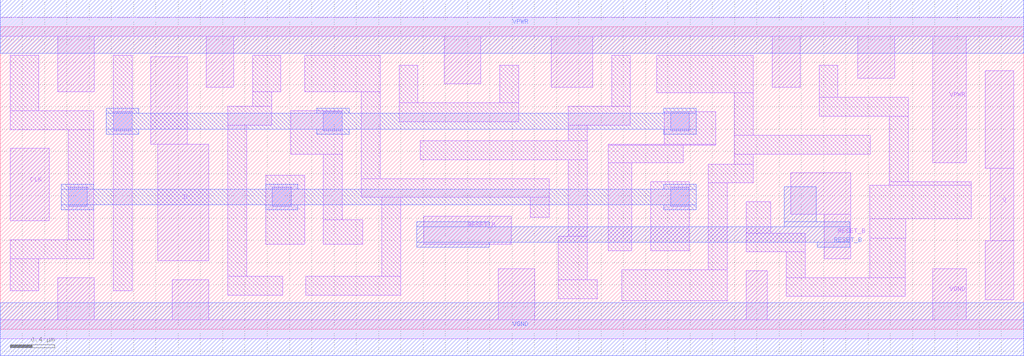
<source format=lef>
# Copyright 2020 The SkyWater PDK Authors
#
# Licensed under the Apache License, Version 2.0 (the "License");
# you may not use this file except in compliance with the License.
# You may obtain a copy of the License at
#
#     https://www.apache.org/licenses/LICENSE-2.0
#
# Unless required by applicable law or agreed to in writing, software
# distributed under the License is distributed on an "AS IS" BASIS,
# WITHOUT WARRANTIES OR CONDITIONS OF ANY KIND, either express or implied.
# See the License for the specific language governing permissions and
# limitations under the License.
#
# SPDX-License-Identifier: Apache-2.0

VERSION 5.5 ;
NAMESCASESENSITIVE ON ;
BUSBITCHARS "[]" ;
DIVIDERCHAR "/" ;
MACRO sky130_fd_sc_hd__dfrtp_1
  CLASS CORE ;
  SOURCE USER ;
  ORIGIN  0.000000  0.000000 ;
  SIZE  9.200000 BY  2.720000 ;
  SYMMETRY X Y R90 ;
  SITE unithd ;
  PIN D
    ANTENNAGATEAREA  0.126000 ;
    DIRECTION INPUT ;
    USE SIGNAL ;
    PORT
      LAYER li1 ;
        RECT 1.355000 1.665000 1.680000 2.450000 ;
        RECT 1.415000 0.615000 1.875000 1.665000 ;
    END
  END D
  PIN Q
    ANTENNADIFFAREA  0.429000 ;
    DIRECTION OUTPUT ;
    USE SIGNAL ;
    PORT
      LAYER li1 ;
        RECT 8.855000 0.265000 9.110000 0.795000 ;
        RECT 8.855000 1.445000 9.110000 2.325000 ;
        RECT 8.900000 0.795000 9.110000 1.445000 ;
    END
  END Q
  PIN RESET_B
    ANTENNAGATEAREA  0.252000 ;
    DIRECTION INPUT ;
    USE SIGNAL ;
    PORT
      LAYER li1 ;
        RECT 3.805000 0.765000 4.595000 1.015000 ;
    END
    PORT
      LAYER li1 ;
        RECT 7.105000 1.035000 7.645000 1.405000 ;
        RECT 7.405000 0.635000 7.645000 1.035000 ;
    END
    PORT
      LAYER met1 ;
        RECT 3.745000 0.735000 4.395000 0.780000 ;
        RECT 3.745000 0.780000 7.635000 0.920000 ;
        RECT 3.745000 0.920000 4.395000 0.965000 ;
        RECT 7.045000 0.920000 7.635000 0.965000 ;
        RECT 7.045000 0.965000 7.335000 1.280000 ;
        RECT 7.345000 0.735000 7.635000 0.780000 ;
    END
  END RESET_B
  PIN CLK
    ANTENNAGATEAREA  0.159000 ;
    DIRECTION INPUT ;
    USE CLOCK ;
    PORT
      LAYER li1 ;
        RECT 0.090000 0.975000 0.440000 1.625000 ;
    END
  END CLK
  PIN VGND
    DIRECTION INOUT ;
    SHAPE ABUTMENT ;
    USE GROUND ;
    PORT
      LAYER li1 ;
        RECT 0.000000 -0.085000 9.200000 0.085000 ;
        RECT 0.515000  0.085000 0.845000 0.465000 ;
        RECT 1.545000  0.085000 1.875000 0.445000 ;
        RECT 4.475000  0.085000 4.805000 0.545000 ;
        RECT 6.705000  0.085000 6.895000 0.525000 ;
        RECT 8.380000  0.085000 8.685000 0.545000 ;
    END
    PORT
      LAYER met1 ;
        RECT 0.000000 -0.240000 9.200000 0.240000 ;
    END
  END VGND
  PIN VPWR
    DIRECTION INOUT ;
    SHAPE ABUTMENT ;
    USE POWER ;
    PORT
      LAYER li1 ;
        RECT 0.000000 2.635000 9.200000 2.805000 ;
        RECT 0.515000 2.135000 0.845000 2.635000 ;
        RECT 1.850000 2.175000 2.100000 2.635000 ;
        RECT 3.990000 2.205000 4.320000 2.635000 ;
        RECT 4.955000 2.175000 5.325000 2.635000 ;
        RECT 6.940000 2.175000 7.190000 2.635000 ;
        RECT 7.710000 2.255000 8.040000 2.635000 ;
        RECT 8.380000 1.495000 8.685000 2.635000 ;
    END
    PORT
      LAYER met1 ;
        RECT 0.000000 2.480000 9.200000 2.960000 ;
    END
  END VPWR
  OBS
    LAYER li1 ;
      RECT 0.090000 0.345000 0.345000 0.635000 ;
      RECT 0.090000 0.635000 0.840000 0.805000 ;
      RECT 0.090000 1.795000 0.840000 1.965000 ;
      RECT 0.090000 1.965000 0.345000 2.465000 ;
      RECT 0.610000 0.805000 0.840000 1.795000 ;
      RECT 1.015000 0.345000 1.185000 2.465000 ;
      RECT 2.045000 0.305000 2.540000 0.475000 ;
      RECT 2.045000 0.475000 2.215000 1.835000 ;
      RECT 2.045000 1.835000 2.440000 2.005000 ;
      RECT 2.270000 2.005000 2.440000 2.135000 ;
      RECT 2.270000 2.135000 2.520000 2.465000 ;
      RECT 2.385000 0.765000 2.735000 1.385000 ;
      RECT 2.610000 1.575000 3.075000 1.965000 ;
      RECT 2.735000 2.135000 3.415000 2.465000 ;
      RECT 2.745000 0.305000 3.600000 0.475000 ;
      RECT 2.905000 0.765000 3.260000 0.985000 ;
      RECT 2.905000 0.985000 3.075000 1.575000 ;
      RECT 3.245000 1.185000 4.935000 1.355000 ;
      RECT 3.245000 1.355000 3.415000 2.135000 ;
      RECT 3.430000 0.475000 3.600000 1.185000 ;
      RECT 3.585000 1.865000 4.660000 2.035000 ;
      RECT 3.585000 2.035000 3.755000 2.375000 ;
      RECT 3.775000 1.525000 5.275000 1.695000 ;
      RECT 4.490000 2.035000 4.660000 2.375000 ;
      RECT 4.765000 1.005000 4.935000 1.185000 ;
      RECT 5.015000 0.275000 5.365000 0.445000 ;
      RECT 5.015000 0.445000 5.275000 0.835000 ;
      RECT 5.105000 0.835000 5.275000 1.525000 ;
      RECT 5.105000 1.695000 5.275000 1.835000 ;
      RECT 5.105000 1.835000 5.665000 2.005000 ;
      RECT 5.465000 0.705000 5.675000 1.495000 ;
      RECT 5.465000 1.495000 6.140000 1.655000 ;
      RECT 5.465000 1.655000 6.430000 1.665000 ;
      RECT 5.495000 2.005000 5.665000 2.465000 ;
      RECT 5.585000 0.255000 6.535000 0.535000 ;
      RECT 5.845000 0.705000 6.195000 1.325000 ;
      RECT 5.900000 2.125000 6.770000 2.465000 ;
      RECT 5.970000 1.665000 6.430000 1.955000 ;
      RECT 6.365000 0.535000 6.535000 1.315000 ;
      RECT 6.365000 1.315000 6.770000 1.485000 ;
      RECT 6.600000 1.485000 6.770000 1.575000 ;
      RECT 6.600000 1.575000 7.820000 1.745000 ;
      RECT 6.600000 1.745000 6.770000 2.125000 ;
      RECT 6.705000 0.695000 7.235000 0.865000 ;
      RECT 6.705000 0.865000 6.925000 1.145000 ;
      RECT 7.065000 0.295000 8.135000 0.465000 ;
      RECT 7.065000 0.465000 7.235000 0.695000 ;
      RECT 7.360000 1.915000 8.160000 2.085000 ;
      RECT 7.360000 2.085000 7.530000 2.375000 ;
      RECT 7.815000 0.465000 8.135000 0.820000 ;
      RECT 7.815000 0.820000 8.140000 0.995000 ;
      RECT 7.815000 0.995000 8.730000 1.295000 ;
      RECT 7.990000 1.295000 8.730000 1.325000 ;
      RECT 7.990000 1.325000 8.160000 1.915000 ;
    LAYER mcon ;
      RECT 0.610000 1.105000 0.780000 1.275000 ;
      RECT 1.015000 1.785000 1.185000 1.955000 ;
      RECT 2.445000 1.105000 2.615000 1.275000 ;
      RECT 2.905000 1.785000 3.075000 1.955000 ;
      RECT 6.025000 1.105000 6.195000 1.275000 ;
      RECT 6.025000 1.785000 6.195000 1.955000 ;
    LAYER met1 ;
      RECT 0.550000 1.075000 0.840000 1.120000 ;
      RECT 0.550000 1.120000 6.255000 1.260000 ;
      RECT 0.550000 1.260000 0.840000 1.305000 ;
      RECT 0.955000 1.755000 1.245000 1.800000 ;
      RECT 0.955000 1.800000 6.255000 1.940000 ;
      RECT 0.955000 1.940000 1.245000 1.985000 ;
      RECT 2.385000 1.075000 2.675000 1.120000 ;
      RECT 2.385000 1.260000 2.675000 1.305000 ;
      RECT 2.845000 1.755000 3.135000 1.800000 ;
      RECT 2.845000 1.940000 3.135000 1.985000 ;
      RECT 5.965000 1.075000 6.255000 1.120000 ;
      RECT 5.965000 1.260000 6.255000 1.305000 ;
      RECT 5.965000 1.755000 6.255000 1.800000 ;
      RECT 5.965000 1.940000 6.255000 1.985000 ;
  END
END sky130_fd_sc_hd__dfrtp_1
END LIBRARY

</source>
